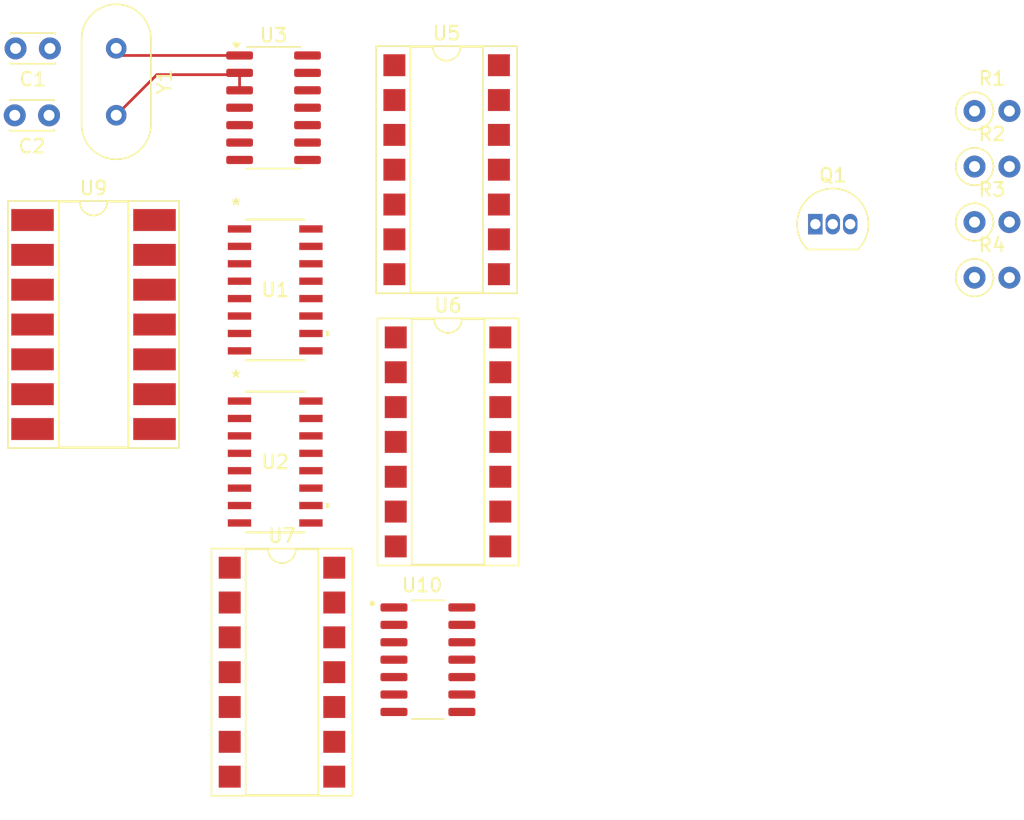
<source format=kicad_pcb>
(kicad_pcb (version 20240108) (generator "pcbnew") (generator_version "8.0")
  (layers (0 "F.Cu" signal) (31 "B.Cu" signal) (34 "B.Paste" user) (35 "F.Paste" user) (36 "B.SilkS" user "B.Silkscreen") (37 "F.SilkS" user "F.Silkscreen") (38 "B.Mask" user) (39 "F.Mask" user) (44 "Edge.Cuts" user))
  (net 0 "")
  (net 1 "GND")
  (net 2 "Net-(C1-Pad1)")
  (net 3 "Net-(C2-Pad1)")
  (net 4 "PIXEL_OUT")
  (net 5 "Net-(Q1-E)")
  (net 6 "COMPOSITE_OUT")
  (net 7 "VCC")
  (net 8 "64V")
  (net 9 "256V")
  (net 10 "128V")
  (net 11 "16V")
  (net 13 "512V")
  (net 15 "32V")
  (net 16 "H_RESET")
  (net 17 "2V")
  (net 19 "1V")
  (net 20 "8V")
  (net 21 "4V")
  (net 22 "128H")
  (net 23 "7.1mhz_CLK1")
  (net 24 "64H")
  (net 25 "4H")
  (net 26 "8H")
  (net 28 "1H")
  (net 29 "16H")
  (net 30 "256H")
  (net 35 "32H")
  (net 36 "512H")
  (net 37 "2H")
  (net 38 "14.318mhz_CLK0")
  (net 49 "Net-(U7-Pad12)")
  (net 50 "Net-(U7-Pad3)")
  (net 51 "Net-(U7-Pad11)")
  (net 63 "Net-(U10A-D)")
  (net 64 "Net-(U3-Pad8)")
  (net 65 "Net-(U3-Pad6)")
  (net 66 "Net-(U3-Pad5)")
  (net 67 "H_BLANK")
  (net 68 "Net-(U5-Pad10)")
  (net 69 "_H_SYNC")
  (net 70 "_H_RESET")
  (net 71 "_VBLANK")
  (net 72 "_VSYNC")
  (net 73 "Net-(U9-Pad10)")
  (net 74 "VBLANK")
  (net 75 "V_RESET")
  (net 76 "Net-(U10B-D)")
  (net 77 "Net-(U6-Pad3)")
  (net 78 "VRESET")
  (net 79 "HRESET")
  (footprint "Package_DIP:DIP-14_W8.89mm_SMDSocket_LongPads" (layer "F.Cu") (at 97.955 104.12)
    (property "Reference" "U9" (at 0 -9.95 0) (layer "F.SilkS"))
    (property "Value" "4001")
    (fp_line (start -6.235 -9.01) (end -6.235 9.01) (stroke (width 0.12)) (layer "F.SilkS"))
    (fp_line (start -6.235 9.01) (end 6.235 9.01) (stroke (width 0.12)) (layer "F.SilkS"))
    (fp_line (start -2.535 -8.95) (end -2.535 8.95) (stroke (width 0.12)) (layer "F.SilkS"))
    (fp_line (start -2.535 8.95) (end 2.535 8.95) (stroke (width 0.12)) (layer "F.SilkS"))
    (fp_line (start -1 -8.95) (end -2.535 -8.95) (stroke (width 0.12)) (layer "F.SilkS"))
    (fp_line (start 2.535 -8.95) (end 1 -8.95) (stroke (width 0.12)) (layer "F.SilkS"))
    (fp_line (start 2.535 8.95) (end 2.535 -8.95) (stroke (width 0.12)) (layer "F.SilkS"))
    (fp_line (start 6.235 -9.01) (end -6.235 -9.01) (stroke (width 0.12)) (layer "F.SilkS"))
    (fp_line (start 6.235 9.01) (end 6.235 -9.01) (stroke (width 0.12)) (layer "F.SilkS"))
    (fp_arc (start 1 -8.95) (mid 0 -7.95) (end -1 -8.95) (stroke (width 0.12)) (layer "F.SilkS"))
    (pad "1" smd rect (at -4.445 -7.62) (size 3.1 1.6) (layers "F.Cu" "F.Paste" "F.Mask") (net 75 "V_RESET"))
    (pad "2" smd rect (at -4.445 -5.08) (size 3.1 1.6) (layers "F.Cu" "F.Paste" "F.Mask") (net 74 "VBLANK"))
    (pad "3" smd rect (at -4.445 -2.54) (size 3.1 1.6) (layers "F.Cu" "F.Paste" "F.Mask") (net 71 "_VBLANK"))
    (pad "4" smd rect (at -4.445 0) (size 3.1 1.6) (layers "F.Cu" "F.Paste" "F.Mask") (net 74 "VBLANK"))
    (pad "5" smd rect (at -4.445 2.54) (size 3.1 1.6) (layers "F.Cu" "F.Paste" "F.Mask") (net 71 "_VBLANK"))
    (pad "6" smd rect (at -4.445 5.08) (size 3.1 1.6) (layers "F.Cu" "F.Paste" "F.Mask") (net 11 "16V"))
    (pad "7" smd rect (at -4.445 7.62) (size 3.1 1.6) (layers "F.Cu" "F.Paste" "F.Mask"))
    (pad "8" smd rect (at 4.445 7.62) (size 3.1 1.6) (layers "F.Cu" "F.Paste" "F.Mask") (net 74 "VBLANK"))
    (pad "9" smd rect (at 4.445 5.08) (size 3.1 1.6) (layers "F.Cu" "F.Paste" "F.Mask") (net 64 "Net-(U3-Pad8)"))
    (pad "10" smd rect (at 4.445 2.54) (size 3.1 1.6) (layers "F.Cu" "F.Paste" "F.Mask") (net 73 "Net-(U9-Pad10)"))
    (pad "11" smd rect (at 4.445 0) (size 3.1 1.6) (layers "F.Cu" "F.Paste" "F.Mask") (net 72 "_VSYNC"))
    (pad "12" smd rect (at 4.445 -2.54) (size 3.1 1.6) (layers "F.Cu" "F.Paste" "F.Mask") (net 73 "Net-(U9-Pad10)"))
    (pad "13" smd rect (at 4.445 -5.08) (size 3.1 1.6) (layers "F.Cu" "F.Paste" "F.Mask") (net 21 "4V"))
    (pad "14" smd rect (at 4.445 -7.62) (size 3.1 1.6) (layers "F.Cu" "F.Paste" "F.Mask"))
  )
  (footprint "Resistor_THT:R_Axial_DIN0207_L6.3mm_D2.5mm_P2.54mm_Vertical" (layer "F.Cu") (at 162.16 88.55)
    (property "Reference" "R1" (at 1.27 -2.37 0) (layer "F.SilkS"))
    (property "Value" "R")
    (fp_line (start 1.37 0) (end 1.44 0) (stroke (width 0.12)) (layer "F.SilkS"))
    (fp_circle (center 0 0) (end 1.37 0) (stroke (width 0.12)) (fill none) (layer "F.SilkS"))
    (pad "1" thru_hole circle (at 0 0) (size 1.6 1.6) (drill 0.8) (layers "*.Cu" "*.Mask") (net 7 "VCC"))
    (pad "2" thru_hole oval (at 2.54 0) (size 1.6 1.6) (drill 0.8) (layers "*.Cu" "*.Mask") (net 4 "PIXEL_OUT"))
  )
  (footprint "Package_SO:SOIC-14_3.9x8.7mm_P1.27mm" (layer "F.Cu") (at 111.075 88.31)
    (property "Reference" "U3" (at 0 -5.28 0) (layer "F.SilkS"))
    (property "Value" "74HC7014")
    (fp_line (start 0 -4.435) (end -1.95 -4.435) (stroke (width 0.12)) (layer "F.SilkS"))
    (fp_line (start 0 -4.435) (end 1.95 -4.435) (stroke (width 0.12)) (layer "F.SilkS"))
    (fp_line (start 0 4.435) (end -1.95 4.435) (stroke (width 0.12)) (layer "F.SilkS"))
    (fp_line (start 0 4.435) (end 1.95 4.435) (stroke (width 0.12)) (layer "F.SilkS"))
    (fp_poly (pts (xy -2.7 -4.37) (xy -2.94 -4.7) (xy -2.46 -4.7) (xy -2.7 -4.37)) (stroke (width 0.12)) (fill solid) (layer "F.SilkS"))
    (pad "1" smd roundrect (at -2.475 -3.81) (size 1.95 0.6) (layers "F.Cu" "F.Paste" "F.Mask") (net 2 "Net-(C1-Pad1)"))
    (pad "2" smd roundrect (at -2.475 -2.54) (size 1.95 0.6) (layers "F.Cu" "F.Paste" "F.Mask") (net 3 "Net-(C2-Pad1)"))
    (pad "3" smd roundrect (at -2.475 -1.27) (size 1.95 0.6) (layers "F.Cu" "F.Paste" "F.Mask") (net 3 "Net-(C2-Pad1)"))
    (pad "4" smd roundrect (at -2.475 0) (size 1.95 0.6) (layers "F.Cu" "F.Paste" "F.Mask") (net 38 "14.318mhz_CLK0"))
    (pad "5" smd roundrect (at -2.475 1.27) (size 1.95 0.6) (layers "F.Cu" "F.Paste" "F.Mask") (net 66 "Net-(U3-Pad5)"))
    (pad "6" smd roundrect (at -2.475 2.54) (size 1.95 0.6) (layers "F.Cu" "F.Paste" "F.Mask") (net 65 "Net-(U3-Pad6)"))
    (pad "7" smd roundrect (at -2.475 3.81) (size 1.95 0.6) (layers "F.Cu" "F.Paste" "F.Mask") (net 1 "GND"))
    (pad "8" smd roundrect (at 2.475 3.81) (size 1.95 0.6) (layers "F.Cu" "F.Paste" "F.Mask") (net 64 "Net-(U3-Pad8)"))
    (pad "9" smd roundrect (at 2.475 2.54) (size 1.95 0.6) (layers "F.Cu" "F.Paste" "F.Mask") (net 20 "8V"))
    (pad "10" smd roundrect (at 2.475 1.27) (size 1.95 0.6) (layers "F.Cu" "F.Paste" "F.Mask"))
    (pad "11" smd roundrect (at 2.475 0) (size 1.95 0.6) (layers "F.Cu" "F.Paste" "F.Mask"))
    (pad "12" smd roundrect (at 2.475 -1.27) (size 1.95 0.6) (layers "F.Cu" "F.Paste" "F.Mask"))
    (pad "13" smd roundrect (at 2.475 -2.54) (size 1.95 0.6) (layers "F.Cu" "F.Paste" "F.Mask"))
    (pad "14" smd roundrect (at 2.475 -3.81) (size 1.95 0.6) (layers "F.Cu" "F.Paste" "F.Mask") (net 7 "VCC"))
  )
  (footprint "footprints:SOT109-1_NXP" (layer "F.Cu") (at 111.1965 114.145)
    (property "Reference" "U2" (at 0 0 0) (layer "F.SilkS"))
    (property "Value" "74HC4040D")
    (fp_line (start -2.1209 5.1308) (end 2.1209 5.1308) (stroke (width 0.1524)) (layer "F.SilkS"))
    (fp_line (start 2.1209 -5.1308) (end -2.1209 -5.1308) (stroke (width 0.1524)) (layer "F.SilkS"))
    (fp_poly (pts (xy 3.9624 2.9845) (xy 3.9624 3.3655) (xy 3.7084 3.3655) (xy 3.7084 2.9845)) (fill solid) (layer "F.SilkS"))
    (fp_text user "*" (at -2.8575 -6.1214 0) (layer "F.SilkS"))
    (fp_text user "*" (at -2.8575 -6.1214 0) (layer "F.SilkS"))
    (pad "1" smd rect (at -2.6035 -4.445) (size 1.7018 0.5334) (layers "F.Cu" "F.Paste" "F.Mask"))
    (pad "2" smd rect (at -2.6035 -3.175) (size 1.7018 0.5334) (layers "F.Cu" "F.Paste" "F.Mask") (net 29 "16H"))
    (pad "3" smd rect (at -2.6035 -1.905) (size 1.7018 0.5334) (layers "F.Cu" "F.Paste" "F.Mask") (net 26 "8H"))
    (pad "4" smd rect (at -2.6035 -0.635) (size 1.7018 0.5334) (layers "F.Cu" "F.Paste" "F.Mask") (net 35 "32H"))
    (pad "5" smd rect (at -2.6035 0.635) (size 1.7018 0.5334) (layers "F.Cu" "F.Paste" "F.Mask") (net 25 "4H"))
    (pad "6" smd rect (at -2.6035 1.905) (size 1.7018 0.5334) (layers "F.Cu" "F.Paste" "F.Mask") (net 37 "2H"))
    (pad "7" smd rect (at -2.6035 3.175) (size 1.7018 0.5334) (layers "F.Cu" "F.Paste" "F.Mask") (net 28 "1H"))
    (pad "8" smd rect (at -2.6035 4.445) (size 1.7018 0.5334) (layers "F.Cu" "F.Paste" "F.Mask") (net 1 "GND"))
    (pad "9" smd rect (at 2.6035 4.445) (size 1.7018 0.5334) (layers "F.Cu" "F.Paste" "F.Mask") (net 23 "7.1mhz_CLK1"))
    (pad "10" smd rect (at 2.6035 3.175) (size 1.7018 0.5334) (layers "F.Cu" "F.Paste" "F.Mask") (net 38 "14.318mhz_CLK0"))
    (pad "11" smd rect (at 2.6035 1.905) (size 1.7018 0.5334) (layers "F.Cu" "F.Paste" "F.Mask") (net 16 "H_RESET"))
    (pad "12" smd rect (at 2.6035 0.635) (size 1.7018 0.5334) (layers "F.Cu" "F.Paste" "F.Mask") (net 22 "128H"))
    (pad "13" smd rect (at 2.6035 -0.635) (size 1.7018 0.5334) (layers "F.Cu" "F.Paste" "F.Mask") (net 24 "64H"))
    (pad "14" smd rect (at 2.6035 -1.905) (size 1.7018 0.5334) (layers "F.Cu" "F.Paste" "F.Mask") (net 30 "256H"))
    (pad "15" smd rect (at 2.6035 -3.175) (size 1.7018 0.5334) (layers "F.Cu" "F.Paste" "F.Mask") (net 36 "512H"))
    (pad "16" smd rect (at 2.6035 -4.445) (size 1.7018 0.5334) (layers "F.Cu" "F.Paste" "F.Mask") (net 7 "VCC"))
  )
  (footprint "Library:SOIC127P600X175-14N" (layer "F.Cu") (at 122.325 128.56)
    (property "Reference" "U10" (at -0.425 -5.435 0) (layer "F.SilkS"))
    (property "Value" "74HC74")
    (fp_line (start -1.17 -4.325) (end 1.17 -4.325) (stroke (width 0.127)) (layer "F.SilkS"))
    (fp_line (start -1.17 4.325) (end 1.17 4.325) (stroke (width 0.127)) (layer "F.SilkS"))
    (fp_circle (center -4.05 -4.1) (end -3.95 -4.1) (stroke (width 0.2)) (fill none) (layer "F.SilkS"))
    (pad "1" smd roundrect (at -2.475 -3.81) (size 1.97 0.6) (layers "F.Cu" "F.Paste" "F.Mask"))
    (pad "2" smd roundrect (at -2.475 -2.54) (size 1.97 0.6) (layers "F.Cu" "F.Paste" "F.Mask") (net 63 "Net-(U10A-D)"))
    (pad "3" smd roundrect (at -2.475 -1.27) (size 1.97 0.6) (layers "F.Cu" "F.Paste" "F.Mask") (net 23 "7.1mhz_CLK1"))
    (pad "4" smd roundrect (at -2.475 0) (size 1.97 0.6) (layers "F.Cu" "F.Paste" "F.Mask"))
    (pad "5" smd roundrect (at -2.475 1.27) (size 1.97 0.6) (layers "F.Cu" "F.Paste" "F.Mask") (net 70 "_H_RESET"))
    (pad "6" smd roundrect (at -2.475 2.54) (size 1.97 0.6) (layers "F.Cu" "F.Paste" "F.Mask") (net 16 "H_RESET"))
    (pad "7" smd roundrect (at -2.475 3.81) (size 1.97 0.6) (layers "F.Cu" "F.Paste" "F.Mask"))
    (pad "8" smd roundrect (at 2.475 3.81) (size 1.97 0.6) (layers "F.Cu" "F.Paste" "F.Mask") (net 78 "VRESET"))
    (pad "9" smd roundrect (at 2.475 2.54) (size 1.97 0.6) (layers "F.Cu" "F.Paste" "F.Mask"))
    (pad "10" smd roundrect (at 2.475 1.27) (size 1.97 0.6) (layers "F.Cu" "F.Paste" "F.Mask"))
    (pad "11" smd roundrect (at 2.475 0) (size 1.97 0.6) (layers "F.Cu" "F.Paste" "F.Mask") (net 79 "HRESET"))
    (pad "12" smd roundrect (at 2.475 -1.27) (size 1.97 0.6) (layers "F.Cu" "F.Paste" "F.Mask") (net 76 "Net-(U10B-D)"))
    (pad "13" smd roundrect (at 2.475 -2.54) (size 1.97 0.6) (layers "F.Cu" "F.Paste" "F.Mask"))
    (pad "14" smd roundrect (at 2.475 -3.81) (size 1.97 0.6) (layers "F.Cu" "F.Paste" "F.Mask"))
  )
  (footprint "Resistor_THT:R_Axial_DIN0207_L6.3mm_D2.5mm_P2.54mm_Vertical" (layer "F.Cu") (at 162.16 96.65)
    (property "Reference" "R3" (at 1.27 -2.37 0) (layer "F.SilkS"))
    (property "Value" "R")
    (fp_line (start 1.37 0) (end 1.44 0) (stroke (width 0.12)) (layer "F.SilkS"))
    (fp_circle (center 0 0) (end 1.37 0) (stroke (width 0.12)) (fill none) (layer "F.SilkS"))
    (pad "1" thru_hole circle (at 0 0) (size 1.6 1.6) (drill 0.8) (layers "*.Cu" "*.Mask") (net 6 "COMPOSITE_OUT"))
    (pad "2" thru_hole oval (at 2.54 0) (size 1.6 1.6) (drill 0.8) (layers "*.Cu" "*.Mask") (net 1 "GND"))
  )
  (footprint "Package_TO_SOT_THT:TO-92_Inline" (layer "F.Cu") (at 150.56 96.8)
    (property "Reference" "Q1" (at 1.27 -3.56 0) (layer "F.SilkS"))
    (property "Value" "PN2222A")
    (fp_line (start -0.53 1.85) (end 3.07 1.85) (stroke (width 0.12)) (layer "F.SilkS"))
    (fp_arc (start -0.568478 1.838478) (mid -1.132087 -0.994977) (end 1.27 -2.6) (stroke (width 0.12)) (layer "F.SilkS"))
    (fp_arc (start 1.27 -2.6) (mid 3.672087 -0.994977) (end 3.108478 1.838478) (stroke (width 0.12)) (layer "F.SilkS"))
    (pad "1" thru_hole rect (at 0 0) (size 1.05 1.5) (drill 0.75) (layers "*.Cu" "*.Mask") (net 5 "Net-(Q1-E)"))
    (pad "2" thru_hole oval (at 1.27 0) (size 1.05 1.5) (drill 0.75) (layers "*.Cu" "*.Mask") (net 4 "PIXEL_OUT"))
    (pad "3" thru_hole oval (at 2.54 0) (size 1.05 1.5) (drill 0.75) (layers "*.Cu" "*.Mask") (net 7 "VCC"))
  )
  (footprint "Capacitor_THT:C_Disc_D3.0mm_W2.0mm_P2.50mm" (layer "F.Cu") (at 94.714999 88.865 180)
    (property "Reference" "C2" (at 1.25 -2.25 0) (layer "F.SilkS"))
    (property "Value" "10pF")
    (fp_line (start 2.87 1.055) (end 2.87 1.12) (stroke (width 0.12)) (layer "F.SilkS"))
    (fp_line (start 2.87 -1.12) (end 2.87 -1.055) (stroke (width 0.12)) (layer "F.SilkS"))
    (fp_line (start -0.37 1.12) (end 2.87 1.12) (stroke (width 0.12)) (layer "F.SilkS"))
    (fp_line (start -0.37 1.055) (end -0.37 1.12) (stroke (width 0.12)) (layer "F.SilkS"))
    (fp_line (start -0.37 -1.12) (end 2.87 -1.12) (stroke (width 0.12)) (layer "F.SilkS"))
    (fp_line (start -0.37 -1.12) (end -0.37 -1.055) (stroke (width 0.12)) (layer "F.SilkS"))
    (pad "1" thru_hole circle (at 0 0 180) (size 1.6 1.6) (drill 0.8) (layers "*.Cu" "*.Mask") (net 3 "Net-(C2-Pad1)"))
    (pad "2" thru_hole circle (at 2.5 0 180) (size 1.6 1.6) (drill 0.8) (layers "*.Cu" "*.Mask") (net 1 "GND"))
  )
  (footprint "Package_DIP:DIP-14_W7.62mm_SMDSocket_SmallPads" (layer "F.Cu") (at 123.79 112.68)
    (property "Reference" "U6" (at 0 -9.95 0) (layer "F.SilkS"))
    (property "Value" "4081")
    (fp_line (start -5.14 -9.01) (end -5.14 9.01) (stroke (width 0.12)) (layer "F.SilkS"))
    (fp_line (start -5.14 9.01) (end 5.14 9.01) (stroke (width 0.12)) (layer "F.SilkS"))
    (fp_line (start -2.65 -8.95) (end -2.65 8.95) (stroke (width 0.12)) (layer "F.SilkS"))
    (fp_line (start -2.65 8.95) (end 2.65 8.95) (stroke (width 0.12)) (layer "F.SilkS"))
    (fp_line (start -1 -8.95) (end -2.65 -8.95) (stroke (width 0.12)) (layer "F.SilkS"))
    (fp_line (start 2.65 -8.95) (end 1 -8.95) (stroke (width 0.12)) (layer "F.SilkS"))
    (fp_line (start 2.65 8.95) (end 2.65 -8.95) (stroke (width 0.12)) (layer "F.SilkS"))
    (fp_line (start 5.14 -9.01) (end -5.14 -9.01) (stroke (width 0.12)) (layer "F.SilkS"))
    (fp_line (start 5.14 9.01) (end 5.14 -9.01) (stroke (width 0.12)) (layer "F.SilkS"))
    (fp_arc (start 1 -8.95) (mid 0 -7.95) (end -1 -8.95) (stroke (width 0.12)) (layer "F.SilkS"))
    (pad "1" smd rect (at -3.81 -7.62) (size 1.6 1.6) (layers "F.Cu" "F.Paste" "F.Mask") (net 9 "256V"))
    (pad "2" smd rect (at -3.81 -5.08) (size 1.6 1.6) (layers "F.Cu" "F.Paste" "F.Mask") (net 21 "4V"))
    (pad "3" smd rect (at -3.81 -2.54) (size 1.6 1.6) (layers "F.Cu" "F.Paste" "F.Mask") (net 77 "Net-(U6-Pad3)"))
    (pad "4" smd rect (at -3.81 0) (size 1.6 1.6) (layers "F.Cu" "F.Paste" "F.Mask") (net 76 "Net-(U10B-D)"))
    (pad "5" smd rect (at -3.81 2.54) (size 1.6 1.6) (layers "F.Cu" "F.Paste" "F.Mask") (net 77 "Net-(U6-Pad3)"))
    (pad "6" smd rect (at -3.81 5.08) (size 1.6 1.6) (layers "F.Cu" "F.Paste" "F.Mask") (net 19 "1V"))
    (pad "7" smd rect (at -3.81 7.62) (size 1.6 1.6) (layers "F.Cu" "F.Paste" "F.Mask"))
    (pad "8" smd rect (at 3.81 7.62) (size 1.6 1.6) (layers "F.Cu" "F.Paste" "F.Mask"))
    (pad "9" smd rect (at 3.81 5.08) (size 1.6 1.6) (layers "F.Cu" "F.Paste" "F.Mask"))
    (pad "10" smd rect (at 3.81 2.54) (size 1.6 1.6) (layers "F.Cu" "F.Paste" "F.Mask"))
    (pad "11" smd rect (at 3.81 0) (size 1.6 1.6) (layers "F.Cu" "F.Paste" "F.Mask"))
    (pad "12" smd rect (at 3.81 -2.54) (size 1.6 1.6) (layers "F.Cu" "F.Paste" "F.Mask"))
    (pad "13" smd rect (at 3.81 -5.08) (size 1.6 1.6) (layers "F.Cu" "F.Paste" "F.Mask"))
    (pad "14" smd rect (at 3.81 -7.62) (size 1.6 1.6) (layers "F.Cu" "F.Paste" "F.Mask"))
  )
  (footprint "footprints:SOT109-1_NXP" (layer "F.Cu") (at 111.1965 101.595)
    (property "Reference" "U1" (at 0 0 0) (layer "F.SilkS"))
    (property "Value" "74HC4040D")
    (fp_line (start -2.1209 5.1308) (end 2.1209 5.1308) (stroke (width 0.1524)) (layer "F.SilkS"))
    (fp_line (start 2.1209 -5.1308) (end -2.1209 -5.1308) (stroke (width 0.1524)) (layer "F.SilkS"))
    (fp_poly (pts (xy 3.9624 2.9845) (xy 3.9624 3.3655) (xy 3.7084 3.3655) (xy 3.7084 2.9845)) (fill solid) (layer "F.SilkS"))
    (fp_text user "*" (at -2.8575 -6.1214 0) (layer "F.SilkS"))
    (fp_text user "*" (at -2.8575 -6.1214 0) (layer "F.SilkS"))
    (pad "1" smd rect (at -2.6035 -4.445) (size 1.7018 0.5334) (layers "F.Cu" "F.Paste" "F.Mask"))
    (pad "2" smd rect (at -2.6035 -3.175) (size 1.7018 0.5334) (layers "F.Cu" "F.Paste" "F.Mask") (net 15 "32V"))
    (pad "3" smd rect (at -2.6035 -1.905) (size 1.7018 0.5334) (layers "F.Cu" "F.Paste" "F.Mask") (net 11 "16V"))
    (pad "4" smd rect (at -2.6035 -0.635) (size 1.7018 0.5334) (layers "F.Cu" "F.Paste" "F.Mask") (net 8 "64V"))
    (pad "5" smd rect (at -2.6035 0.635) (size 1.7018 0.5334) (layers "F.Cu" "F.Paste" "F.Mask") (net 20 "8V"))
    (pad "6" smd rect (at -2.6035 1.905) (size 1.7018 0.5334) (layers "F.Cu" "F.Paste" "F.Mask") (net 21 "4V"))
    (pad "7" smd rect (at -2.6035 3.175) (size 1.7018 0.5334) (layers "F.Cu" "F.Paste" "F.Mask") (net 17 "2V"))
    (pad "8" smd rect (at -2.6035 4.445) (size 1.7018 0.5334) (layers "F.Cu" "F.Paste" "F.Mask") (net 1 "GND"))
    (pad "9" smd rect (at 2.6035 4.445) (size 1.7018 0.5334) (layers "F.Cu" "F.Paste" "F.Mask") (net 19 "1V"))
    (pad "10" smd rect (at 2.6035 3.175) (size 1.7018 0.5334) (layers "F.Cu" "F.Paste" "F.Mask") (net 16 "H_RESET"))
    (pad "11" smd rect (at 2.6035 1.905) (size 1.7018 0.5334) (layers "F.Cu" "F.Paste" "F.Mask"))
    (pad "12" smd rect (at 2.6035 0.635) (size 1.7018 0.5334) (layers "F.Cu" "F.Paste" "F.Mask") (net 9 "256V"))
    (pad "13" smd rect (at 2.6035 -0.635) (size 1.7018 0.5334) (layers "F.Cu" "F.Paste" "F.Mask") (net 10 "128V"))
    (pad "14" smd rect (at 2.6035 -1.905) (size 1.7018 0.5334) (layers "F.Cu" "F.Paste" "F.Mask") (net 13 "512V"))
    (pad "15" smd rect (at 2.6035 -3.175) (size 1.7018 0.5334) (layers "F.Cu" "F.Paste" "F.Mask"))
    (pad "16" smd rect (at 2.6035 -4.445) (size 1.7018 0.5334) (layers "F.Cu" "F.Paste" "F.Mask") (net 7 "VCC"))
  )
  (footprint "Capacitor_THT:C_Disc_D3.0mm_W2.0mm_P2.50mm" (layer "F.Cu") (at 94.774998 83.985001 180)
    (property "Reference" "C1" (at 1.25 -2.25 0) (layer "F.SilkS"))
    (property "Value" "10pF")
    (fp_line (start 2.87 1.055) (end 2.87 1.12) (stroke (width 0.12)) (layer "F.SilkS"))
    (fp_line (start 2.87 -1.12) (end 2.87 -1.055) (stroke (width 0.12)) (layer "F.SilkS"))
    (fp_line (start -0.37 1.12) (end 2.87 1.12) (stroke (width 0.12)) (layer "F.SilkS"))
    (fp_line (start -0.37 1.055) (end -0.37 1.12) (stroke (width 0.12)) (layer "F.SilkS"))
    (fp_line (start -0.37 -1.12) (end 2.87 -1.12) (stroke (width 0.12)) (layer "F.SilkS"))
    (fp_line (start -0.37 -1.12) (end -0.37 -1.055) (stroke (width 0.12)) (layer "F.SilkS"))
    (pad "1" thru_hole circle (at 0 0 180) (size 1.6 1.6) (drill 0.8) (layers "*.Cu" "*.Mask") (net 2 "Net-(C1-Pad1)"))
    (pad "2" thru_hole circle (at 2.5 0 180) (size 1.6 1.6) (drill 0.8) (layers "*.Cu" "*.Mask") (net 1 "GND"))
  )
  (footprint "Crystal:Crystal_HC49-U_Vertical" (layer "F.Cu") (at 99.61 83.98 -90)
    (property "Reference" "Y1" (at 2.44 -3.525 90) (layer "F.SilkS"))
    (property "Value" "Crystal")
    (fp_line (start -0.685001 2.525) (end 5.565 2.525) (stroke (width 0.12)) (layer "F.SilkS"))
    (fp_line (start -0.685001 -2.525) (end 5.565 -2.525) (stroke (width 0.12)) (layer "F.SilkS"))
    (fp_arc (start -0.685001 2.525) (mid -3.21 0) (end -0.685001 -2.525) (stroke (width 0.12)) (layer "F.SilkS"))
    (fp_arc (start 5.565 -2.525) (mid 8.09 0) (end 5.565 2.525) (stroke (width 0.12)) (layer "F.SilkS"))
    (pad "1" thru_hole circle (at 0 0 270) (size 1.5 1.5) (drill 0.8) (layers "*.Cu" "*.Mask") (net 2 "Net-(C1-Pad1)"))
    (pad "2" thru_hole circle (at 4.88 0 270) (size 1.5 1.5) (drill 0.8) (layers "*.Cu" "*.Mask") (net 3 "Net-(C2-Pad1)"))
  )
  (footprint "Package_DIP:DIP-14_W7.62mm_SMDSocket_SmallPads" (layer "F.Cu") (at 111.69 129.47)
    (property "Reference" "U7" (at 0 -9.95 0) (layer "F.SilkS"))
    (property "Value" "4081")
    (fp_line (start -5.14 -9.01) (end -5.14 9.01) (stroke (width 0.12)) (layer "F.SilkS"))
    (fp_line (start -5.14 9.01) (end 5.14 9.01) (stroke (width 0.12)) (layer "F.SilkS"))
    (fp_line (start -2.65 -8.95) (end -2.65 8.95) (stroke (width 0.12)) (layer "F.SilkS"))
    (fp_line (start -2.65 8.95) (end 2.65 8.95) (stroke (width 0.12)) (layer "F.SilkS"))
    (fp_line (start -1 -8.95) (end -2.65 -8.95) (stroke (width 0.12)) (layer "F.SilkS"))
    (fp_line (start 2.65 -8.95) (end 1 -8.95) (stroke (width 0.12)) (layer "F.SilkS"))
    (fp_line (start 2.65 8.95) (end 2.65 -8.95) (stroke (width 0.12)) (layer "F.SilkS"))
    (fp_line (start 5.14 -9.01) (end -5.14 -9.01) (stroke (width 0.12)) (layer "F.SilkS"))
    (fp_line (start 5.14 9.01) (end 5.14 -9.01) (stroke (width 0.12)) (layer "F.SilkS"))
    (fp_arc (start 1 -8.95) (mid 0 -7.95) (end -1 -8.95) (stroke (width 0.12)) (layer "F.SilkS"))
    (pad "1" smd rect (at -3.81 -7.62) (size 1.6 1.6) (layers "F.Cu" "F.Paste" "F.Mask") (net 37 "2H"))
    (pad "2" smd rect (at -3.81 -5.08) (size 1.6 1.6) (layers "F.Cu" "F.Paste" "F.Mask") (net 25 "4H"))
    (pad "3" smd rect (at -3.81 -2.54) (size 1.6 1.6) (layers "F.Cu" "F.Paste" "F.Mask") (net 50 "Net-(U7-Pad3)"))
    (pad "4" smd rect (at -3.81 0) (size 1.6 1.6) (layers "F.Cu" "F.Paste" "F.Mask") (net 49 "Net-(U7-Pad12)"))
    (pad "5" smd rect (at -3.81 2.54) (size 1.6 1.6) (layers "F.Cu" "F.Paste" "F.Mask") (net 24 "64H"))
    (pad "6" smd rect (at -3.81 5.08) (size 1.6 1.6) (layers "F.Cu" "F.Paste" "F.Mask") (net 22 "128H"))
    (pad "7" smd rect (at -3.81 7.62) (size 1.6 1.6) (layers "F.Cu" "F.Paste" "F.Mask"))
    (pad "8" smd rect (at 3.81 7.62) (size 1.6 1.6) (layers "F.Cu" "F.Paste" "F.Mask") (net 50 "Net-(U7-Pad3)"))
    (pad "9" smd rect (at 3.81 5.08) (size 1.6 1.6) (layers "F.Cu" "F.Paste" "F.Mask") (net 51 "Net-(U7-Pad11)"))
    (pad "10" smd rect (at 3.81 2.54) (size 1.6 1.6) (layers "F.Cu" "F.Paste" "F.Mask") (net 63 "Net-(U10A-D)"))
    (pad "11" smd rect (at 3.81 0) (size 1.6 1.6) (layers "F.Cu" "F.Paste" "F.Mask") (net 51 "Net-(U7-Pad11)"))
    (pad "12" smd rect (at 3.81 -2.54) (size 1.6 1.6) (layers "F.Cu" "F.Paste" "F.Mask") (net 49 "Net-(U7-Pad12)"))
    (pad "13" smd rect (at 3.81 -5.08) (size 1.6 1.6) (layers "F.Cu" "F.Paste" "F.Mask") (net 30 "256H"))
    (pad "14" smd rect (at 3.81 -7.62) (size 1.6 1.6) (layers "F.Cu" "F.Paste" "F.Mask"))
  )
  (footprint "Package_DIP:DIP-14_W7.62mm_SMDSocket_SmallPads" (layer "F.Cu") (at 123.69 92.83)
    (property "Reference" "U5" (at 0 -9.95 0) (layer "F.SilkS"))
    (property "Value" "74HC00")
    (fp_line (start -5.14 -9.01) (end -5.14 9.01) (stroke (width 0.12)) (layer "F.SilkS"))
    (fp_line (start -5.14 9.01) (end 5.14 9.01) (stroke (width 0.12)) (layer "F.SilkS"))
    (fp_line (start -2.65 -8.95) (end -2.65 8.95) (stroke (width 0.12)) (layer "F.SilkS"))
    (fp_line (start -2.65 8.95) (end 2.65 8.95) (stroke (width 0.12)) (layer "F.SilkS"))
    (fp_line (start -1 -8.95) (end -2.65 -8.95) (stroke (width 0.12)) (layer "F.SilkS"))
    (fp_line (start 2.65 -8.95) (end 1 -8.95) (stroke (width 0.12)) (layer "F.SilkS"))
    (fp_line (start 2.65 8.95) (end 2.65 -8.95) (stroke (width 0.12)) (layer "F.SilkS"))
    (fp_line (start 5.14 -9.01) (end -5.14 -9.01) (stroke (width 0.12)) (layer "F.SilkS"))
    (fp_line (start 5.14 9.01) (end 5.14 -9.01) (stroke (width 0.12)) (layer "F.SilkS"))
    (fp_arc (start 1 -8.95) (mid 0 -7.95) (end -1 -8.95) (stroke (width 0.12)) (layer "F.SilkS"))
    (pad "1" smd rect (at -3.81 -7.62) (size 1.6 1.6) (layers "F.Cu" "F.Paste" "F.Mask") (net 29 "16H"))
    (pad "2" smd rect (at -3.81 -5.08) (size 1.6 1.6) (layers "F.Cu" "F.Paste" "F.Mask") (net 24 "64H"))
    (pad "3" smd rect (at -3.81 -2.54) (size 1.6 1.6) (layers "F.Cu" "F.Paste" "F.Mask") (net 66 "Net-(U3-Pad5)"))
    (pad "4" smd rect (at -3.81 0) (size 1.6 1.6) (layers "F.Cu" "F.Paste" "F.Mask") (net 67 "H_BLANK"))
    (pad "5" smd rect (at -3.81 2.54) (size 1.6 1.6) (layers "F.Cu" "F.Paste" "F.Mask") (net 70 "_H_RESET"))
    (pad "6" smd rect (at -3.81 5.08) (size 1.6 1.6) (layers "F.Cu" "F.Paste" "F.Mask") (net 68 "Net-(U5-Pad10)"))
    (pad "7" smd rect (at -3.81 7.62) (size 1.6 1.6) (layers "F.Cu" "F.Paste" "F.Mask"))
    (pad "8" smd rect (at 3.81 7.62) (size 1.6 1.6) (layers "F.Cu" "F.Paste" "F.Mask") (net 67 "H_BLANK"))
    (pad "9" smd rect (at 3.81 5.08) (size 1.6 1.6) (layers "F.Cu" "F.Paste" "F.Mask") (net 65 "Net-(U3-Pad6)"))
    (pad "10" smd rect (at 3.81 2.54) (size 1.6 1.6) (layers "F.Cu" "F.Paste" "F.Mask") (net 68 "Net-(U5-Pad10)"))
    (pad "11" smd rect (at 3.81 0) (size 1.6 1.6) (layers "F.Cu" "F.Paste" "F.Mask") (net 69 "_H_SYNC"))
    (pad "12" smd rect (at 3.81 -2.54) (size 1.6 1.6) (layers "F.Cu" "F.Paste" "F.Mask") (net 68 "Net-(U5-Pad10)"))
    (pad "13" smd rect (at 3.81 -5.08) (size 1.6 1.6) (layers "F.Cu" "F.Paste" "F.Mask") (net 35 "32H"))
    (pad "14" smd rect (at 3.81 -7.62) (size 1.6 1.6) (layers "F.Cu" "F.Paste" "F.Mask"))
  )
  (footprint "Resistor_THT:R_Axial_DIN0207_L6.3mm_D2.5mm_P2.54mm_Vertical" (layer "F.Cu") (at 162.16 92.6)
    (property "Reference" "R2" (at 1.27 -2.37 0) (layer "F.SilkS"))
    (property "Value" "R")
    (fp_line (start 1.37 0) (end 1.44 0) (stroke (width 0.12)) (layer "F.SilkS"))
    (fp_circle (center 0 0) (end 1.37 0) (stroke (width 0.12)) (fill none) (layer "F.SilkS"))
    (pad "1" thru_hole circle (at 0 0) (size 1.6 1.6) (drill 0.8) (layers "*.Cu" "*.Mask") (net 4 "PIXEL_OUT"))
    (pad "2" thru_hole oval (at 2.54 0) (size 1.6 1.6) (drill 0.8) (layers "*.Cu" "*.Mask") (net 1 "GND"))
  )
  (footprint "Resistor_THT:R_Axial_DIN0207_L6.3mm_D2.5mm_P2.54mm_Vertical" (layer "F.Cu") (at 162.16 100.7)
    (property "Reference" "R4" (at 1.27 -2.37 0) (layer "F.SilkS"))
    (property "Value" "R")
    (fp_line (start 1.37 0) (end 1.44 0) (stroke (width 0.12)) (layer "F.SilkS"))
    (fp_circle (center 0 0) (end 1.37 0) (stroke (width 0.12)) (fill none) (layer "F.SilkS"))
    (pad "1" thru_hole circle (at 0 0) (size 1.6 1.6) (drill 0.8) (layers "*.Cu" "*.Mask") (net 5 "Net-(Q1-E)"))
    (pad "2" thru_hole oval (at 2.54 0) (size 1.6 1.6) (drill 0.8) (layers "*.Cu" "*.Mask") (net 6 "COMPOSITE_OUT"))
  )
  (segment (start 100.13 84.5) (end 108.6 84.5) (width 0.2) (layer "F.Cu") (net 2))
  (segment (start 99.61 83.98) (end 100.13 84.5) (width 0.2) (layer "F.Cu") (net 2))
  (segment (start 99.61 88.86) (end 102.57 85.9) (width 0.2) (layer "F.Cu") (net 3))
  (segment (start 108.6 87.04) (end 108.6 85.77) (width 0.2) (layer "F.Cu") (net 3))
  (segment (start 102.57 85.9) (end 108.47 85.9) (width 0.2) (layer "F.Cu") (net 3))
  (segment (start 108.47 85.9) (end 108.6 85.77) (width 0.2) (layer "F.Cu") (net 3))
)
</source>
